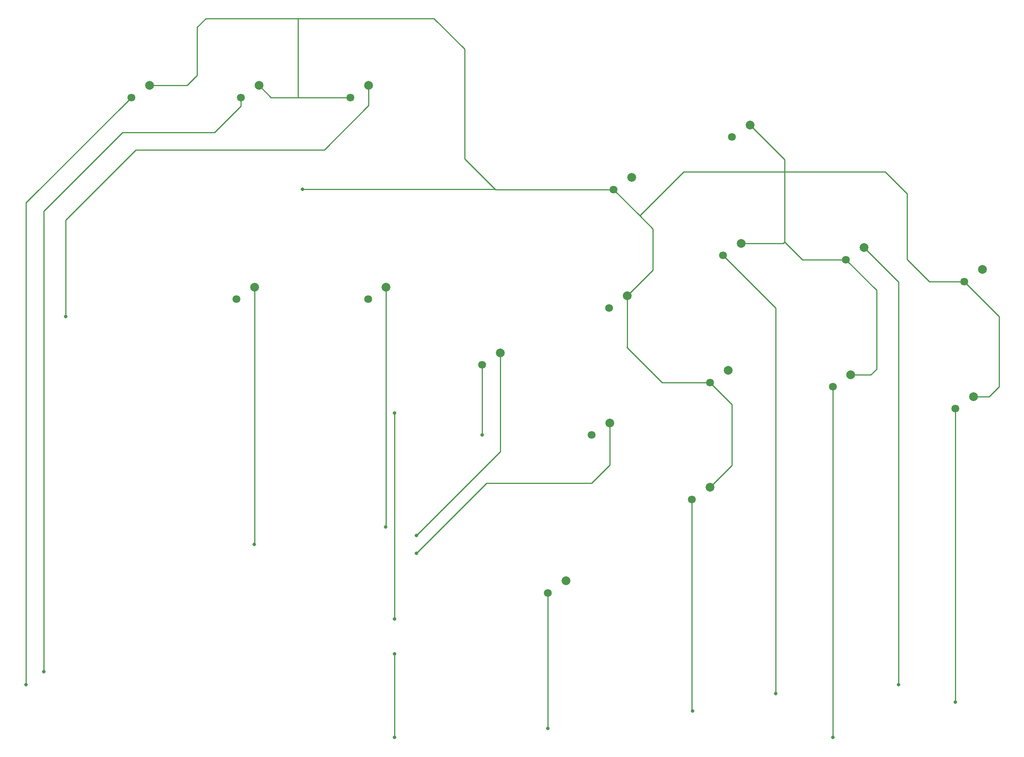
<source format=gbr>
%TF.GenerationSoftware,KiCad,Pcbnew,7.0.7*%
%TF.CreationDate,2023-09-16T00:44:09+09:00*%
%TF.ProjectId,StickLess,53746963-6b4c-4657-9373-2e6b69636164,rev?*%
%TF.SameCoordinates,Original*%
%TF.FileFunction,Copper,L2,Bot*%
%TF.FilePolarity,Positive*%
%FSLAX46Y46*%
G04 Gerber Fmt 4.6, Leading zero omitted, Abs format (unit mm)*
G04 Created by KiCad (PCBNEW 7.0.7) date 2023-09-16 00:44:09*
%MOMM*%
%LPD*%
G01*
G04 APERTURE LIST*
%TA.AperFunction,ComponentPad*%
%ADD10C,1.800000*%
%TD*%
%TA.AperFunction,ComponentPad*%
%ADD11C,2.000000*%
%TD*%
%TA.AperFunction,ViaPad*%
%ADD12C,0.800000*%
%TD*%
%TA.AperFunction,Conductor*%
%ADD13C,0.250000*%
%TD*%
G04 APERTURE END LIST*
D10*
%TO.P,B1(A)1,1,1*%
%TO.N,Net-(RZ1-GND)*%
X165000000Y-105050000D03*
D11*
%TO.P,B1(A)1,2,2*%
%TO.N,Net-(RZ1-GP6)*%
X169130000Y-102300000D03*
%TD*%
D10*
%TO.P,LEFT1,1,1*%
%TO.N,Net-(RZ1-GND)*%
X84000000Y-74050000D03*
D11*
%TO.P,LEFT1,2,2*%
%TO.N,Net-(RZ1-GP5)*%
X88130000Y-71300000D03*
%TD*%
D10*
%TO.P,RIGHT1,1,1*%
%TO.N,Net-(RZ1-GND)*%
X140000000Y-89050000D03*
D11*
%TO.P,RIGHT1,2,2*%
%TO.N,Net-(RZ1-GP4)*%
X144130000Y-86300000D03*
%TD*%
D10*
%TO.P,L1(L)1,1,1*%
%TO.N,Net-(RZ1-GP13)*%
X220000000Y-94050000D03*
D11*
%TO.P,L1(L)1,2,2*%
%TO.N,Net-(RZ1-GND)*%
X224130000Y-91300000D03*
%TD*%
D10*
%TO.P,B2(B)1,1,1*%
%TO.N,Net-(RZ1-GND)*%
X192000000Y-93050000D03*
D11*
%TO.P,B2(B)1,2,2*%
%TO.N,Net-(RZ1-GP7)*%
X196130000Y-90300000D03*
%TD*%
D10*
%TO.P,S2(START)1,1,1*%
%TO.N,Net-(RZ1-GND)*%
X110000000Y-28050000D03*
D11*
%TO.P,S2(START)1,2,2*%
%TO.N,Net-(RZ1-GP1)*%
X114130000Y-25300000D03*
%TD*%
D10*
%TO.P,L2(LB)1,1,1*%
%TO.N,Net-(RZ1-GND)*%
X223010000Y-65050000D03*
D11*
%TO.P,L2(LB)1,2,2*%
%TO.N,Net-(RZ1-GP9)*%
X227140000Y-62300000D03*
%TD*%
D10*
%TO.P,DOWN1,1,1*%
%TO.N,Net-(RZ1-GND)*%
X114000000Y-74050000D03*
D11*
%TO.P,DOWN1,2,2*%
%TO.N,Net-(RZ1-GP3)*%
X118130000Y-71300000D03*
%TD*%
D10*
%TO.P,S1(BACK)1,1,1*%
%TO.N,Net-(RZ1-GND)*%
X170000000Y-49050000D03*
D11*
%TO.P,S1(BACK)1,2,2*%
%TO.N,Net-(RZ1-GP0)*%
X174130000Y-46300000D03*
%TD*%
D10*
%TO.P,A2(CAPTURE)1,1,1*%
%TO.N,Net-(RZ1-GP15)*%
X60000000Y-28050000D03*
D11*
%TO.P,A2(CAPTURE)1,2,2*%
%TO.N,Net-(RZ1-GND)*%
X64130000Y-25300000D03*
%TD*%
D10*
%TO.P,B4(Y)1,1,1*%
%TO.N,Net-(RZ1-GP11)*%
X195000000Y-64050000D03*
D11*
%TO.P,B4(Y)1,2,2*%
%TO.N,Net-(RZ1-GND)*%
X199130000Y-61300000D03*
%TD*%
D10*
%TO.P,UP1,1,1*%
%TO.N,Net-(RZ1-GND)*%
X155000000Y-141050000D03*
D11*
%TO.P,UP1,2,2*%
%TO.N,Net-(RZ1-GP2)*%
X159130000Y-138300000D03*
%TD*%
D10*
%TO.P,R3(RS)1,1,1*%
%TO.N,Net-(RZ1-GP27)*%
X197000000Y-37050000D03*
D11*
%TO.P,R3(RS)1,2,2*%
%TO.N,Net-(RZ1-GND)*%
X201130000Y-34300000D03*
%TD*%
D10*
%TO.P,R1(R)1,1,1*%
%TO.N,Net-(RZ1-GP12)*%
X248000000Y-99050000D03*
D11*
%TO.P,R1(R)1,2,2*%
%TO.N,Net-(RZ1-GND)*%
X252130000Y-96300000D03*
%TD*%
D10*
%TO.P,A1(GUIDE)1,1,1*%
%TO.N,Net-(RZ1-GP14)*%
X85000000Y-28050000D03*
D11*
%TO.P,A1(GUIDE)1,2,2*%
%TO.N,Net-(RZ1-GND)*%
X89130000Y-25300000D03*
%TD*%
D10*
%TO.P,L3(LS)1,1,1*%
%TO.N,Net-(RZ1-GP26)*%
X187870000Y-119750000D03*
D11*
%TO.P,L3(LS)1,2,2*%
%TO.N,Net-(RZ1-GND)*%
X192000000Y-117000000D03*
%TD*%
D10*
%TO.P,R2(RB)1,1,1*%
%TO.N,Net-(RZ1-GND)*%
X250000000Y-70050000D03*
D11*
%TO.P,R2(RB)1,2,2*%
%TO.N,Net-(RZ1-GP8)*%
X254130000Y-67300000D03*
%TD*%
D10*
%TO.P,B3(X)1,1,1*%
%TO.N,Net-(RZ1-GP10)*%
X169000000Y-76050000D03*
D11*
%TO.P,B3(X)1,2,2*%
%TO.N,Net-(RZ1-GND)*%
X173130000Y-73300000D03*
%TD*%
D12*
%TO.N,Net-(RZ1-GP14)*%
X40000000Y-159000000D03*
%TO.N,Net-(RZ1-GND)*%
X140000000Y-105000000D03*
X155000000Y-172000000D03*
X99000000Y-49000000D03*
%TO.N,Net-(RZ1-GP15)*%
X36000000Y-162000000D03*
%TO.N,Net-(RZ1-GP6)*%
X125000000Y-132000000D03*
%TO.N,Net-(RZ1-GP10)*%
X120000000Y-100000000D03*
X120000000Y-147000000D03*
%TO.N,Net-(RZ1-GP11)*%
X207000000Y-164000000D03*
%TO.N,Net-(RZ1-GP3)*%
X118000000Y-126000000D03*
%TO.N,Net-(RZ1-GP13)*%
X120000000Y-174000000D03*
X120000000Y-155000000D03*
X220000000Y-174000000D03*
%TO.N,Net-(RZ1-GP9)*%
X235000000Y-162000000D03*
%TO.N,Net-(RZ1-GP26)*%
X188000000Y-168000000D03*
%TO.N,Net-(RZ1-GP5)*%
X88000000Y-130000000D03*
%TO.N,Net-(RZ1-GP12)*%
X248000000Y-166000000D03*
%TO.N,Net-(RZ1-GP4)*%
X125000000Y-128000000D03*
%TO.N,Net-(RZ1-GP1)*%
X45000000Y-78000000D03*
%TD*%
D13*
%TO.N,Net-(RZ1-GP14)*%
X79000000Y-36000000D02*
X85000000Y-30000000D01*
X40000000Y-54000000D02*
X58000000Y-36000000D01*
X58000000Y-36000000D02*
X79000000Y-36000000D01*
X40000000Y-159000000D02*
X40000000Y-54000000D01*
X85000000Y-30000000D02*
X85000000Y-28050000D01*
%TO.N,Net-(RZ1-GND)*%
X91880000Y-28050000D02*
X98000000Y-28050000D01*
X75000000Y-12000000D02*
X75000000Y-23000000D01*
X252130000Y-96300000D02*
X255700000Y-96300000D01*
X237000000Y-65000000D02*
X242050000Y-70050000D01*
X199130000Y-61300000D02*
X208700000Y-61300000D01*
X208700000Y-61300000D02*
X209000000Y-61000000D01*
X173130000Y-84870000D02*
X173000000Y-85000000D01*
X224130000Y-91300000D02*
X228700000Y-91300000D01*
X140000000Y-89050000D02*
X140000000Y-105000000D01*
X230000000Y-90000000D02*
X230000000Y-72040000D01*
X209000000Y-42170000D02*
X209000000Y-45000000D01*
X258000000Y-78050000D02*
X250000000Y-70050000D01*
X179000000Y-58000000D02*
X179000000Y-67430000D01*
X99000000Y-10000000D02*
X98000000Y-10000000D01*
X192000000Y-93050000D02*
X197000000Y-98050000D01*
X129000000Y-10000000D02*
X99000000Y-10000000D01*
X232000000Y-45000000D02*
X237000000Y-50000000D01*
X170000000Y-49050000D02*
X175975000Y-55025000D01*
X155000000Y-172000000D02*
X155000000Y-141050000D01*
X89130000Y-25300000D02*
X91880000Y-28050000D01*
X99000000Y-28050000D02*
X110000000Y-28050000D01*
X173000000Y-85000000D02*
X181050000Y-93050000D01*
X136000000Y-42000000D02*
X136000000Y-17000000D01*
X213050000Y-65050000D02*
X223010000Y-65050000D01*
X98000000Y-28050000D02*
X99000000Y-28050000D01*
X209000000Y-45000000D02*
X232000000Y-45000000D01*
X98000000Y-10000000D02*
X77000000Y-10000000D01*
X230000000Y-72040000D02*
X223010000Y-65050000D01*
X209000000Y-61000000D02*
X213050000Y-65050000D01*
X258000000Y-94000000D02*
X258000000Y-78050000D01*
X143050000Y-49050000D02*
X143000000Y-49000000D01*
X186000000Y-45000000D02*
X175975000Y-55025000D01*
X228700000Y-91300000D02*
X230000000Y-90000000D01*
X197000000Y-112000000D02*
X192000000Y-117000000D01*
X175975000Y-55025000D02*
X178950000Y-58000000D01*
X72700000Y-25300000D02*
X64130000Y-25300000D01*
X179000000Y-67430000D02*
X173130000Y-73300000D01*
X178950000Y-58000000D02*
X179000000Y-58000000D01*
X98000000Y-28050000D02*
X98000000Y-10000000D01*
X170000000Y-49050000D02*
X143050000Y-49050000D01*
X255700000Y-96300000D02*
X258000000Y-94000000D01*
X127000000Y-49000000D02*
X99000000Y-49000000D01*
X209000000Y-45000000D02*
X186000000Y-45000000D01*
X209000000Y-45000000D02*
X209000000Y-61000000D01*
X173130000Y-73300000D02*
X173130000Y-84870000D01*
X237000000Y-50000000D02*
X237000000Y-65000000D01*
X75000000Y-23000000D02*
X72700000Y-25300000D01*
X181050000Y-93050000D02*
X192000000Y-93050000D01*
X197000000Y-98050000D02*
X197000000Y-112000000D01*
X143000000Y-49000000D02*
X136000000Y-42000000D01*
X136000000Y-17000000D02*
X129000000Y-10000000D01*
X77000000Y-10000000D02*
X75000000Y-12000000D01*
X201130000Y-34300000D02*
X209000000Y-42170000D01*
X143000000Y-49000000D02*
X127000000Y-49000000D01*
X242050000Y-70050000D02*
X250000000Y-70050000D01*
%TO.N,Net-(RZ1-GP15)*%
X36000000Y-162000000D02*
X36000000Y-52050000D01*
X36000000Y-52050000D02*
X60000000Y-28050000D01*
%TO.N,Net-(RZ1-GP6)*%
X141000000Y-116000000D02*
X165000000Y-116000000D01*
X125000000Y-132000000D02*
X141000000Y-116000000D01*
X169130000Y-111870000D02*
X169130000Y-102300000D01*
X165000000Y-116000000D02*
X169130000Y-111870000D01*
%TO.N,Net-(RZ1-GP10)*%
X120000000Y-147000000D02*
X120000000Y-100000000D01*
%TO.N,Net-(RZ1-GP11)*%
X207000000Y-164000000D02*
X207000000Y-76050000D01*
X207000000Y-76050000D02*
X195000000Y-64050000D01*
%TO.N,Net-(RZ1-GP3)*%
X118000000Y-126000000D02*
X118130000Y-125870000D01*
X118130000Y-125870000D02*
X118130000Y-71300000D01*
%TO.N,Net-(RZ1-GP13)*%
X120000000Y-155000000D02*
X120000000Y-174000000D01*
X220000000Y-174000000D02*
X220000000Y-94050000D01*
%TO.N,Net-(RZ1-GP9)*%
X235000000Y-162000000D02*
X235000000Y-70160000D01*
X235000000Y-70160000D02*
X227140000Y-62300000D01*
%TO.N,Net-(RZ1-GP26)*%
X188000000Y-168000000D02*
X187870000Y-167870000D01*
X187870000Y-167870000D02*
X187870000Y-119750000D01*
%TO.N,Net-(RZ1-GP5)*%
X88130000Y-129870000D02*
X88130000Y-71300000D01*
X88000000Y-130000000D02*
X88130000Y-129870000D01*
%TO.N,Net-(RZ1-GP12)*%
X248000000Y-166000000D02*
X248000000Y-99050000D01*
%TO.N,Net-(RZ1-GP4)*%
X125000000Y-128000000D02*
X144130000Y-108870000D01*
X144130000Y-108870000D02*
X144130000Y-86300000D01*
%TO.N,Net-(RZ1-GP1)*%
X45000000Y-56000000D02*
X45000000Y-60000000D01*
X61000000Y-40000000D02*
X45000000Y-56000000D01*
X45000000Y-74000000D02*
X45000000Y-78000000D01*
X114130000Y-29870000D02*
X104000000Y-40000000D01*
X104000000Y-40000000D02*
X61000000Y-40000000D01*
X114130000Y-25300000D02*
X114130000Y-29870000D01*
X45000000Y-60000000D02*
X45000000Y-74000000D01*
%TD*%
M02*

</source>
